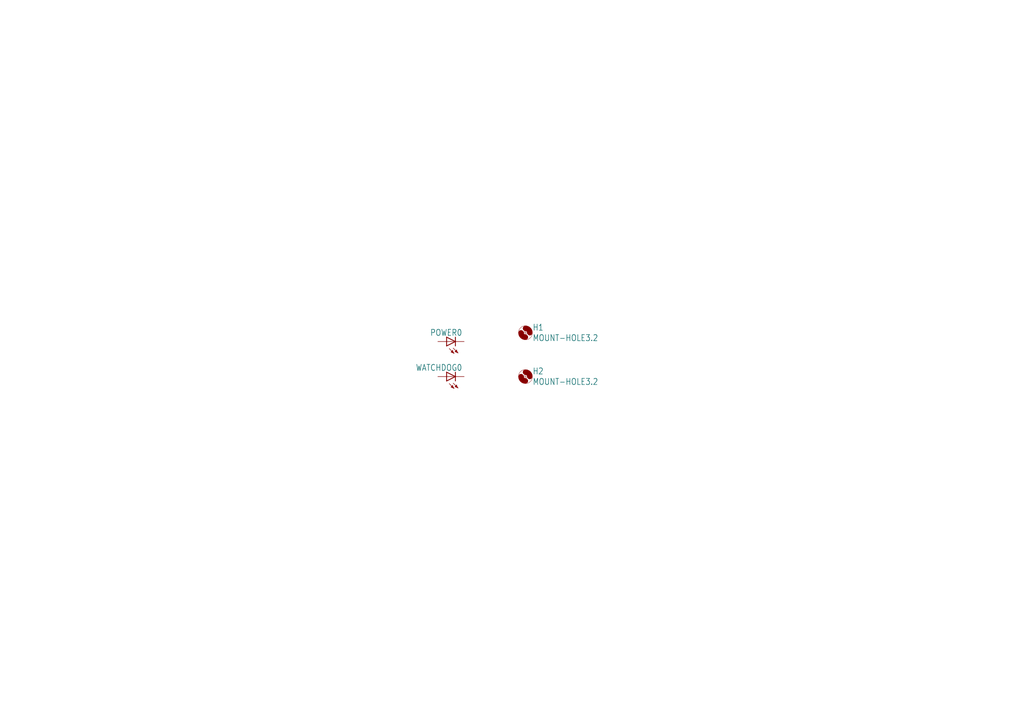
<source format=kicad_sch>
(kicad_sch (version 20230121) (generator eeschema)
  (paper "A4")
  (lib_symbols
    (symbol "leds-eagle-import:LED5MM"
      (property "Reference" "LED" (at 3.556 -4.572 90))
      (symbol "LED5MM_1_0"
        (polyline (pts (xy -2.032 -0.762) (xy -3.429 -2.159)) (stroke (width 0.1524)))
        (polyline (pts (xy -1.905 -1.905) (xy -3.302 -3.302)) (stroke (width 0.1524)))
        (polyline (pts (xy 0 -2.54) (xy -1.27 -2.54)) (stroke (width 0.254)))
        (polyline (pts (xy 0 -2.54) (xy -1.27 0)) (stroke (width 0.254)))
        (polyline (pts (xy 0 0) (xy -1.27 0)) (stroke (width 0.254)))
        (polyline (pts (xy 0 0) (xy 0 -2.54)) (stroke (width 0.1524)))
        (polyline (pts (xy 1.27 -2.54) (xy 0 -2.54)) (stroke (width 0.254)))
        (polyline (pts (xy 1.27 0) (xy 0 -2.54)) (stroke (width 0.254)))
        (polyline (pts (xy 1.27 0) (xy 0 0)) (stroke (width 0.254)))
        (polyline (pts (xy -3.429 -2.159) (xy -3.048 -1.27) (xy -2.54 -1.778)) (stroke (width 0.1524)) (fill (type outline)))
        (polyline (pts (xy -3.302 -3.302) (xy -2.921 -2.413) (xy -2.413 -2.921)) (stroke (width 0.1524)) (fill (type outline)))
        (pin passive line (at 0 2.54 270) (length 2.54) (name "A") (number "A"))
        (pin passive line (at 0 -5.08 90) (length 2.54) (name "C") (number "K"))
      )
    )
    (symbol "leds-eagle-import:MOUNT-HOLE3.2"
      (property "Reference" "H" (at 2.032 0.5842 0))
      (symbol "MOUNT-HOLE3.2_1_0"
        (arc (start -1.27 0) (mid -0.898 -0.898) (end 0 -1.27) (stroke (width 1.524)))
        (polyline (pts (xy -0.508 0) (xy 0.508 0)) (stroke (width 0.0508)))
        (polyline (pts (xy 0 0.508) (xy 0 -0.508)) (stroke (width 0.0508)))
        (circle (center 0 0) (radius 0.508) (stroke (width 0.0508)))
        (circle (center 0 0) (radius 2.032) (stroke (width 0.0508)))
        (arc (start 1.27 0) (mid 0.898 0.898) (end 0 1.27) (stroke (width 1.524)))
      )
    )
  )
  (symbol (lib_id "leds-eagle-import:MOUNT-HOLE3.2") (at 152.4 109.22 0) (unit 1)
    (property "Reference" "H2" (at 154.432 108.6358 0) (effects (font (size 1.778 1.5113)) (justify left bottom)))
    (property "Value" "MOUNT-HOLE3.2" (at 154.432 111.6838 0) (effects (font (size 1.778 1.5113)) (justify left bottom)))
    (property "Footprint" "leds:3,2" (effects hide))
  )
  (symbol (lib_id "leds-eagle-import:LED5MM") (at 129.54 99.06 90) (unit 1)
    (property "Reference" "POWER0" (at 134.112 95.504 90) (effects (font (size 1.778 1.5113)) (justify left bottom)))
    (property "Value" "LED5MM" (effects hide))
    (property "Footprint" "leds:LED5MM" (effects hide))
  )
  (symbol (lib_id "leds-eagle-import:LED5MM") (at 129.54 109.22 90) (unit 1)
    (property "Reference" "WATCHDOG0" (at 134.112 105.664 90) (effects (font (size 1.778 1.5113)) (justify left bottom)))
    (property "Value" "LED5MM" (effects hide))
    (property "Footprint" "leds:LED5MM" (effects hide))
  )
  (symbol (lib_id "leds-eagle-import:MOUNT-HOLE3.2") (at 152.4 96.52 0) (unit 1)
    (property "Reference" "H1" (at 154.432 95.9358 0) (effects (font (size 1.778 1.5113)) (justify left bottom)))
    (property "Value" "MOUNT-HOLE3.2" (at 154.432 98.9838 0) (effects (font (size 1.778 1.5113)) (justify left bottom)))
    (property "Footprint" "leds:3,2" (effects hide))
  )
)
</source>
